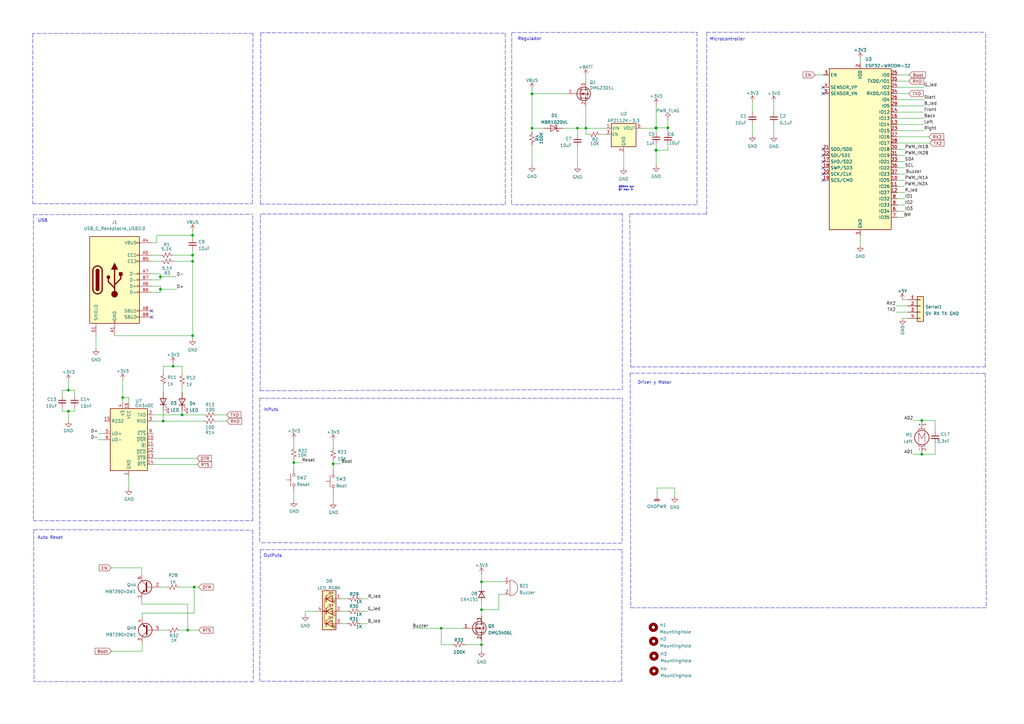
<source format=kicad_sch>
(kicad_sch (version 20211123) (generator eeschema)
  (paper "A3")
  (title_block (title "KaraKuriSMD") (date "2022-02-05") (rev "V1.0") (company "Artil Robotics") (comment 1 "Marcelo Ortiz"))
  (lib_symbols
    (symbol "Connector:USB_C_Receptacle_USB2.0" (pin_names (offset 1.016))
      (property "Reference" "J" (at -10.16 19.05 0))
      (property "Value" "USB_C_Receptacle_USB2.0" (at 19.05 19.05 0))
      (symbol "USB_C_Receptacle_USB2.0_1_1"
        (pin passive line (at 0 -22.86 90) (length 5.08) (name "GND") (number "A1"))
        (pin passive line (at 0 -22.86 90) (length 5.08) hide (name "GND") (number "A12"))
        (pin passive line (at 15.24 15.24 180) (length 5.08) (name "VBUS") (number "A4"))
        (pin bidirectional line (at 15.24 10.16 180) (length 5.08) (name "CC1") (number "A5"))
        (pin bidirectional line (at 15.24 -2.54 180) (length 5.08) (name "D+") (number "A6"))
        (pin bidirectional line (at 15.24 2.54 180) (length 5.08) (name "D-") (number "A7"))
        (pin bidirectional line (at 15.24 -12.7 180) (length 5.08) (name "SBU1") (number "A8"))
        (pin passive line (at 15.24 15.24 180) (length 5.08) hide (name "VBUS") (number "A9"))
        (pin passive line (at 0 -22.86 90) (length 5.08) hide (name "GND") (number "B1"))
        (pin passive line (at 0 -22.86 90) (length 5.08) hide (name "GND") (number "B12"))
        (pin passive line (at 15.24 15.24 180) (length 5.08) hide (name "VBUS") (number "B4"))
        (pin bidirectional line (at 15.24 7.62 180) (length 5.08) (name "CC2") (number "B5"))
        (pin bidirectional line (at 15.24 -5.08 180) (length 5.08) (name "D+") (number "B6"))
        (pin bidirectional line (at 15.24 0 180) (length 5.08) (name "D-") (number "B7"))
        (pin bidirectional line (at 15.24 -15.24 180) (length 5.08) (name "SBU2") (number "B8"))
        (pin passive line (at 15.24 15.24 180) (length 5.08) hide (name "VBUS") (number "B9"))
        (pin passive line (at -7.62 -22.86 90) (length 5.08) (name "SHIELD") (number "S1"))
      )
    )
    (symbol "Connector_Generic:Conn_01x04" (pin_names (offset 1.016) hide)
      (property "Reference" "J" (at 0 5.08 0))
      (property "Value" "Conn_01x04" (at 0 -7.62 0))
      (symbol "Conn_01x04_1_1"
        (pin passive line (at -5.08 2.54 0) (length 3.81) (name "Pin_1") (number "1"))
        (pin passive line (at -5.08 0 0) (length 3.81) (name "Pin_2") (number "2"))
        (pin passive line (at -5.08 -2.54 0) (length 3.81) (name "Pin_3") (number "3"))
        (pin passive line (at -5.08 -5.08 0) (length 3.81) (name "Pin_4") (number "4"))
      )
    )
    (symbol "Device:Buzzer" (pin_names (offset 0.0254) hide)
      (property "Reference" "BZ" (at 3.81 1.27 0))
      (property "Value" "Buzzer" (at 3.81 -1.27 0))
      (symbol "Buzzer_1_1"
        (pin passive line (at -2.54 2.54 0) (length 2.54) (name "-") (number "1"))
        (pin passive line (at -2.54 -2.54 0) (length 2.54) (name "+") (number "2"))
      )
    )
    (symbol "Device:C_Small" (pin_numbers hide) (pin_names (offset 0.254) hide)
      (property "Reference" "C" (at 0.254 1.778 0))
      (property "Value" "C_Small" (at 0.254 -2.032 0))
      (symbol "C_Small_1_1"
        (pin passive line (at 0 2.54 270) (length 2.032) (name "~") (number "1"))
        (pin passive line (at 0 -2.54 90) (length 2.032) (name "~") (number "2"))
      )
    )
    (symbol "Device:LED" (pin_numbers hide) (pin_names (offset 1.016) hide)
      (property "Reference" "D" (at 0 2.54 0))
      (property "Value" "LED" (at 0 -2.54 0))
      (symbol "LED_1_1"
        (pin passive line (at -3.81 0 0) (length 2.54) (name "K") (number "1"))
        (pin passive line (at 3.81 0 180) (length 2.54) (name "A") (number "2"))
      )
    )
    (symbol "Device:LED_RGBK" (pin_names (offset 0) hide)
      (property "Reference" "D" (at 0 9.398 0))
      (property "Value" "LED_RGBK" (at 0 -8.89 0))
      (symbol "LED_RGBK_0_0"
        (text "B" (at 1.905 -6.35 0) (effects (font (size 1.27 1.27))))
        (text "G" (at 1.905 -1.27 0) (effects (font (size 1.27 1.27))))
        (text "R" (at 1.905 3.81 0) (effects (font (size 1.27 1.27))))
      )
      (symbol "LED_RGBK_1_1"
        (pin passive line (at 5.08 5.08 180) (length 2.54) (name "RA") (number "1"))
        (pin passive line (at 5.08 0 180) (length 2.54) (name "GA") (number "2"))
        (pin passive line (at 5.08 -5.08 180) (length 2.54) (name "BA") (number "3"))
        (pin passive line (at -5.08 0 0) (length 2.54) (name "K") (number "4"))
      )
    )
    (symbol "Device:R_Small_US" (pin_numbers hide) (pin_names (offset 0.254) hide)
      (property "Reference" "R" (at 0.762 0.508 0))
      (property "Value" "R_Small_US" (at 0.762 -1.016 0))
      (symbol "R_Small_US_1_1"
        (pin passive line (at 0 2.54 270) (length 1.016) (name "~") (number "1"))
        (pin passive line (at 0 -2.54 90) (length 1.016) (name "~") (number "2"))
      )
    )
    (symbol "Diode:1N4151" (pin_numbers hide) (pin_names (offset 1.016) hide)
      (property "Reference" "D" (at 0 2.54 0))
      (property "Value" "1N4151" (at 0 -2.54 0))
      (symbol "1N4151_1_1"
        (pin passive line (at -3.81 0 0) (length 2.54) (name "K") (number "1"))
        (pin passive line (at 3.81 0 180) (length 2.54) (name "A") (number "2"))
      )
    )
    (symbol "Diode:MBR1020VL" (pin_numbers hide) (pin_names hide)
      (property "Reference" "D" (at 0 2.54 0))
      (property "Value" "MBR1020VL" (at 0 -2.54 0))
      (symbol "MBR1020VL_1_1"
        (pin passive line (at -3.81 0 0) (length 2.54) (name "K") (number "1"))
        (pin passive line (at 3.81 0 180) (length 2.54) (name "A") (number "2"))
      )
    )
    (symbol "Interface_USB:CH340C"
      (property "Reference" "U" (at -5.08 13.97 0))
      (property "Value" "CH340C" (at 1.27 13.97 0))
      (symbol "CH340C_1_1"
        (pin power_in line (at 0 -15.24 90) (length 2.54) (name "GND") (number "1"))
        (pin input line (at 10.16 0 180) (length 2.54) (name "~{DSR}") (number "10"))
        (pin input line (at 10.16 -2.54 180) (length 2.54) (name "~{RI}") (number "11"))
        (pin input line (at 10.16 -5.08 180) (length 2.54) (name "~{DCD}") (number "12"))
        (pin output line (at 10.16 -7.62 180) (length 2.54) (name "~{DTR}") (number "13"))
        (pin output line (at 10.16 -10.16 180) (length 2.54) (name "~{RTS}") (number "14"))
        (pin input line (at -10.16 7.62 0) (length 2.54) (name "R232") (number "15"))
        (pin power_in line (at 0 15.24 270) (length 2.54) (name "VCC") (number "16"))
        (pin output line (at 10.16 10.16 180) (length 2.54) (name "TXD") (number "2"))
        (pin input line (at 10.16 7.62 180) (length 2.54) (name "RXD") (number "3"))
        (pin passive line (at -2.54 15.24 270) (length 2.54) (name "V3") (number "4"))
        (pin bidirectional line (at -10.16 2.54 0) (length 2.54) (name "UD+") (number "5"))
        (pin bidirectional line (at -10.16 0 0) (length 2.54) (name "UD-") (number "6"))
        (pin no_connect line (at -7.62 -7.62 0) (length 2.54) hide (name "NC") (number "7"))
        (pin no_connect line (at -7.62 -10.16 0) (length 2.54) hide (name "NC") (number "8"))
        (pin input line (at 10.16 2.54 180) (length 2.54) (name "~{CTS}") (number "9"))
      )
    )
    (symbol "Mechanical:MountingHole" (pin_names (offset 1.016))
      (property "Reference" "H" (at 0 5.08 0))
      (property "Value" "MountingHole" (at 0 3.175 0))
    )
    (symbol "Motor:Motor_DC_ALT" (pin_names (offset 0))
      (property "Reference" "M" (at 2.54 2.54 0))
      (property "Value" "Motor_DC_ALT" (at 2.54 -5.08 0))
      (symbol "Motor_DC_ALT_1_1"
        (pin passive line (at 0 5.08 270) (length 2.54) (name "+") (number "1"))
        (pin passive line (at 0 -7.62 90) (length 2.54) (name "-") (number "2"))
      )
    )
    (symbol "RF_Module:ESP32-WROOM-32"
      (property "Reference" "U" (at -12.7 34.29 0))
      (property "Value" "ESP32-WROOM-32" (at 1.27 34.29 0))
      (symbol "ESP32-WROOM-32_1_1"
        (pin power_in line (at 0 -35.56 90) (length 2.54) (name "GND") (number "1"))
        (pin bidirectional line (at 15.24 -12.7 180) (length 2.54) (name "IO25") (number "10"))
        (pin bidirectional line (at 15.24 -15.24 180) (length 2.54) (name "IO26") (number "11"))
        (pin bidirectional line (at 15.24 -17.78 180) (length 2.54) (name "IO27") (number "12"))
        (pin bidirectional line (at 15.24 10.16 180) (length 2.54) (name "IO14") (number "13"))
        (pin bidirectional line (at 15.24 15.24 180) (length 2.54) (name "IO12") (number "14"))
        (pin passive line (at 0 -35.56 90) (length 2.54) hide (name "GND") (number "15"))
        (pin bidirectional line (at 15.24 12.7 180) (length 2.54) (name "IO13") (number "16"))
        (pin bidirectional line (at -15.24 -5.08 0) (length 2.54) (name "SHD/SD2") (number "17"))
        (pin bidirectional line (at -15.24 -7.62 0) (length 2.54) (name "SWP/SD3") (number "18"))
        (pin bidirectional line (at -15.24 -12.7 0) (length 2.54) (name "SCS/CMD") (number "19"))
        (pin power_in line (at 0 35.56 270) (length 2.54) (name "VDD") (number "2"))
        (pin bidirectional line (at -15.24 -10.16 0) (length 2.54) (name "SCK/CLK") (number "20"))
        (pin bidirectional line (at -15.24 0 0) (length 2.54) (name "SDO/SD0") (number "21"))
        (pin bidirectional line (at -15.24 -2.54 0) (length 2.54) (name "SDI/SD1") (number "22"))
        (pin bidirectional line (at 15.24 7.62 180) (length 2.54) (name "IO15") (number "23"))
        (pin bidirectional line (at 15.24 25.4 180) (length 2.54) (name "IO2") (number "24"))
        (pin bidirectional line (at 15.24 30.48 180) (length 2.54) (name "IO0") (number "25"))
        (pin bidirectional line (at 15.24 20.32 180) (length 2.54) (name "IO4") (number "26"))
        (pin bidirectional line (at 15.24 5.08 180) (length 2.54) (name "IO16") (number "27"))
        (pin bidirectional line (at 15.24 2.54 180) (length 2.54) (name "IO17") (number "28"))
        (pin bidirectional line (at 15.24 17.78 180) (length 2.54) (name "IO5") (number "29"))
        (pin input line (at -15.24 30.48 0) (length 2.54) (name "EN") (number "3"))
        (pin bidirectional line (at 15.24 0 180) (length 2.54) (name "IO18") (number "30"))
        (pin bidirectional line (at 15.24 -2.54 180) (length 2.54) (name "IO19") (number "31"))
        (pin no_connect line (at -12.7 -27.94 0) (length 2.54) hide (name "NC") (number "32"))
        (pin bidirectional line (at 15.24 -5.08 180) (length 2.54) (name "IO21") (number "33"))
        (pin bidirectional line (at 15.24 22.86 180) (length 2.54) (name "RXD0/IO3") (number "34"))
        (pin bidirectional line (at 15.24 27.94 180) (length 2.54) (name "TXD0/IO1") (number "35"))
        (pin bidirectional line (at 15.24 -7.62 180) (length 2.54) (name "IO22") (number "36"))
        (pin bidirectional line (at 15.24 -10.16 180) (length 2.54) (name "IO23") (number "37"))
        (pin passive line (at 0 -35.56 90) (length 2.54) hide (name "GND") (number "38"))
        (pin passive line (at 0 -35.56 90) (length 2.54) hide (name "GND") (number "39"))
        (pin input line (at -15.24 25.4 0) (length 2.54) (name "SENSOR_VP") (number "4"))
        (pin input line (at -15.24 22.86 0) (length 2.54) (name "SENSOR_VN") (number "5"))
        (pin input line (at 15.24 -25.4 180) (length 2.54) (name "IO34") (number "6"))
        (pin input line (at 15.24 -27.94 180) (length 2.54) (name "IO35") (number "7"))
        (pin bidirectional line (at 15.24 -20.32 180) (length 2.54) (name "IO32") (number "8"))
        (pin bidirectional line (at 15.24 -22.86 180) (length 2.54) (name "IO33") (number "9"))
      )
    )
    (symbol "Regulator_Linear:AP2112K-3.3" (pin_names (offset 0.254))
      (property "Reference" "U" (at -5.08 5.715 0))
      (property "Value" "AP2112K-3.3" (at 0 5.715 0))
      (symbol "AP2112K-3.3_1_1"
        (pin power_in line (at -7.62 2.54 0) (length 2.54) (name "VIN") (number "1"))
        (pin power_in line (at 0 -7.62 90) (length 2.54) (name "GND") (number "2"))
        (pin input line (at -7.62 0 0) (length 2.54) (name "EN") (number "3"))
        (pin no_connect line (at 5.08 0 180) (length 2.54) hide (name "NC") (number "4"))
        (pin power_out line (at 7.62 2.54 180) (length 2.54) (name "VOUT") (number "5"))
      )
    )
    (symbol "Switch:SW_Push" (pin_numbers hide) (pin_names (offset 1.016) hide)
      (property "Reference" "SW" (at 1.27 2.54 0))
      (property "Value" "SW_Push" (at 0 -1.524 0))
      (symbol "SW_Push_0_1"
        (pin passive line (at -5.08 0 0) (length 2.54) (name "1") (number "1"))
        (pin passive line (at 5.08 0 180) (length 2.54) (name "2") (number "2"))
      )
    )
    (symbol "Transistor_BJT:MBT3904DW1" (pin_names (offset 0) hide)
      (property "Reference" "Q" (at 5.08 1.27 0))
      (property "Value" "MBT3904DW1" (at 5.08 -1.27 0))
      (symbol "MBT3904DW1_1_1"
        (pin passive line (at 2.54 -5.08 90) (length 2.54) (name "E1") (number "1"))
        (pin input line (at -5.08 0 0) (length 2.54) (name "B1") (number "2"))
        (pin passive line (at 2.54 5.08 270) (length 2.54) (name "C1") (number "6"))
      )
      (symbol "MBT3904DW1_2_1"
        (pin passive line (at 2.54 5.08 270) (length 2.54) (name "C2") (number "3"))
        (pin passive line (at 2.54 -5.08 90) (length 2.54) (name "E2") (number "4"))
        (pin input line (at -5.08 0 0) (length 2.54) (name "B2") (number "5"))
      )
    )
    (symbol "Transistor_FET:DMG2301L" (pin_names hide)
      (property "Reference" "Q" (at 5.08 1.905 0))
      (property "Value" "DMG2301L" (at 5.08 0 0))
      (symbol "DMG2301L_1_1"
        (pin input line (at -5.08 0 0) (length 2.54) (name "G") (number "1"))
        (pin passive line (at 2.54 -5.08 90) (length 2.54) (name "S") (number "2"))
        (pin passive line (at 2.54 5.08 270) (length 2.54) (name "D") (number "3"))
      )
    )
    (symbol "Transistor_FET:DMG3406L" (pin_names hide)
      (property "Reference" "Q" (at 5.08 1.905 0))
      (property "Value" "DMG3406L" (at 5.08 0 0))
      (symbol "DMG3406L_1_1"
        (pin input line (at -5.08 0 0) (length 2.54) (name "G") (number "1"))
        (pin passive line (at 2.54 -5.08 90) (length 2.54) (name "S") (number "2"))
        (pin passive line (at 2.54 5.08 270) (length 2.54) (name "D") (number "3"))
      )
    )
    (symbol "power:+3.3V" (power) (pin_names (offset 0))
      (property "Value" "+3.3V" (at 0 3.556 0))
      (symbol "+3.3V_1_1"
        (pin power_in line (at 0 0 90) (length 0) hide (name "+3V3") (number "1"))
      )
    )
    (symbol "power:+5V" (power) (pin_names (offset 0))
      (property "Value" "+5V" (at 0 3.556 0))
      (symbol "+5V_1_1"
        (pin power_in line (at 0 0 90) (length 0) hide (name "+5V") (number "1"))
      )
    )
    (symbol "power:+BATT" (power) (pin_names (offset 0))
      (property "Value" "+BATT" (at 0 3.556 0))
      (symbol "+BATT_1_1"
        (pin power_in line (at 0 0 90) (length 0) hide (name "+BATT") (number "1"))
      )
    )
    (symbol "power:GND" (power) (pin_names (offset 0))
      (property "Value" "GND" (at 0 -3.81 0))
      (symbol "GND_1_1"
        (pin power_in line (at 0 0 270) (length 0) hide (name "GND") (number "1"))
      )
    )
    (symbol "power:GNDPWR" (power) (pin_names (offset 0))
      (property "Value" "GNDPWR" (at 0 -3.302 0))
      (symbol "GNDPWR_1_1"
        (pin power_in line (at 0 0 270) (length 0) hide (name "GNDPWR") (number "1"))
      )
    )
    (symbol "power:PWR_FLAG" (power) (pin_numbers hide) (pin_names (offset 0) hide)
      (property "Value" "PWR_FLAG" (at 0 3.81 0))
      (symbol "PWR_FLAG_0_0"
        (pin power_out line (at 0 0 90) (length 0) (name "pwr") (number "1"))
      )
    )
    (symbol "power:VBUS" (power) (pin_names (offset 0))
      (property "Value" "VBUS" (at 0 3.81 0))
      (symbol "VBUS_1_1"
        (pin power_in line (at 0 0 90) (length 0) hide (name "VBUS") (number "1"))
      )
    )
  )
  (junction (at 218.186 52.578))
  (junction (at 78.994 96.52))
  (junction (at 269.113 52.578))
  (junction (at 378.079 172.466))
  (junction (at 218.186 38.481))
  (junction (at 268.986 61.595))
  (junction (at 66.929 172.72))
  (junction (at 65.786 118.618))
  (junction (at 269.113 61.595))
  (junction (at 76.962 258.445))
  (junction (at 197.485 264.414))
  (junction (at 236.855 52.578))
  (junction (at 197.485 238.633))
  (junction (at 65.786 113.538))
  (junction (at 180.975 257.683))
  (junction (at 79.629 240.792))
  (junction (at 70.993 150.241))
  (junction (at 240.284 52.578))
  (junction (at 74.676 170.18))
  (junction (at 78.994 104.648))
  (junction (at 269.113 52.451))
  (junction (at 136.652 190.246))
  (junction (at 50.292 163.068))
  (junction (at 28.067 168.656))
  (junction (at 268.986 52.451))
  (junction (at 28.067 160.02))
  (junction (at 78.994 137.668))
  (junction (at 120.523 189.738))
  (junction (at 197.485 250.063))
  (junction (at 378.079 186.309))
  (junction (at 273.939 52.451))
  (junction (at 78.994 107.188))
  (no_connect (at 62.23 130.048))
  (no_connect (at 337.566 63.754))
  (no_connect (at 62.23 127.508))
  (no_connect (at 337.566 38.354))
  (no_connect (at 337.566 61.214))
  (no_connect (at 337.566 73.914))
  (no_connect (at 337.566 66.294))
  (no_connect (at 337.566 35.814))
  (no_connect (at 337.566 71.374))
  (no_connect (at 337.566 68.834))
  (wire (pts (xy 383.54 186.309) (xy 378.079 186.309)))
  (wire (pts (xy 218.186 52.578) (xy 218.186 54.229)))
  (wire (pts (xy 78.994 102.616) (xy 78.994 104.648)))
  (wire (pts (xy 352.806 96.774) (xy 352.806 100.584)))
  (wire (pts (xy 65.786 113.538) (xy 72.39 113.538)))
  (wire (pts (xy 269.113 61.595) (xy 269.113 67.818)))
  (wire (pts (xy 372.364 130.556) (xy 370.205 130.556)))
  (wire (pts (xy 197.485 235.458) (xy 197.485 238.633)))
  (wire (pts (xy 367.411 128.016) (xy 372.364 128.016)))
  (wire (pts (xy 276.733 200.152) (xy 276.733 203.454)))
  (polyline (pts (xy 255.27 163.322) (xy 255.143 222.758)))
  (wire (pts (xy 218.186 38.481) (xy 218.186 52.578)))
  (wire (pts (xy 65.786 117.348) (xy 62.23 117.348)))
  (wire (pts (xy 371.094 84.074) (xy 368.046 84.074)))
  (wire (pts (xy 46.99 137.668) (xy 78.994 137.668)))
  (wire (pts (xy 273.939 49.022) (xy 273.939 52.451)))
  (wire (pts (xy 185.674 264.414) (xy 180.975 264.414)))
  (polyline (pts (xy 258.318 87.757) (xy 258.699 150.495)))
  (wire (pts (xy 383.54 181.864) (xy 383.54 186.309)))
  (wire (pts (xy 197.485 262.763) (xy 197.485 264.414)))
  (wire (pts (xy 50.292 155.829) (xy 50.292 163.068)))
  (polyline (pts (xy 13.716 88.011) (xy 13.716 213.614)))
  (wire (pts (xy 230.886 52.578) (xy 236.855 52.578)))
  (polyline (pts (xy 255.27 159.766) (xy 255.27 87.757)))
  (wire (pts (xy 204.597 243.713) (xy 204.597 250.063)))
  (wire (pts (xy 136.652 188.849) (xy 136.652 190.246)))
  (wire (pts (xy 120.523 189.738) (xy 120.523 191.77)))
  (wire (pts (xy 58.166 247.777) (xy 76.962 247.777)))
  (polyline (pts (xy 13.716 213.614) (xy 103.632 213.614)))
  (wire (pts (xy 218.186 36.576) (xy 218.186 38.481)))
  (wire (pts (xy 269.494 200.152) (xy 276.733 200.152)))
  (wire (pts (xy 378.968 51.054) (xy 368.046 51.054)))
  (wire (pts (xy 197.485 250.063) (xy 197.485 252.603)))
  (wire (pts (xy 180.975 257.683) (xy 189.865 257.683)))
  (wire (pts (xy 74.676 150.241) (xy 74.676 153.289)))
  (wire (pts (xy 65.786 112.268) (xy 65.786 113.538)))
  (wire (pts (xy 125.222 250.698) (xy 129.921 250.698)))
  (wire (pts (xy 372.745 38.354) (xy 368.046 38.354)))
  (polyline (pts (xy 13.462 13.716) (xy 13.462 83.566)))
  (wire (pts (xy 40.259 177.8) (xy 42.672 177.8)))
  (wire (pts (xy 58.293 251.46) (xy 79.629 251.46)))
  (wire (pts (xy 150.749 255.778) (xy 147.701 255.778)))
  (wire (pts (xy 240.284 43.561) (xy 240.284 52.578)))
  (wire (pts (xy 218.186 52.578) (xy 223.266 52.578)))
  (polyline (pts (xy 106.807 87.757) (xy 106.68 160.274)))
  (wire (pts (xy 371.094 66.294) (xy 368.046 66.294)))
  (polyline (pts (xy 106.553 163.322) (xy 106.553 222.631)))
  (wire (pts (xy 65.786 119.888) (xy 62.23 119.888)))
  (wire (pts (xy 62.23 114.808) (xy 65.786 114.808)))
  (wire (pts (xy 197.485 238.633) (xy 197.485 240.03)))
  (wire (pts (xy 378.968 35.814) (xy 368.046 35.814)))
  (wire (pts (xy 383.54 176.784) (xy 383.54 172.466)))
  (wire (pts (xy 123.825 189.738) (xy 120.523 189.738)))
  (polyline (pts (xy 103.505 83.566) (xy 103.759 13.716)))
  (wire (pts (xy 62.23 104.648) (xy 65.786 104.648)))
  (wire (pts (xy 372.364 122.936) (xy 370.078 122.936)))
  (wire (pts (xy 371.094 61.214) (xy 368.046 61.214)))
  (wire (pts (xy 367.411 125.476) (xy 372.364 125.476)))
  (wire (pts (xy 263.398 52.578) (xy 269.113 52.578)))
  (polyline (pts (xy 258.699 150.495) (xy 404.114 150.495)))
  (wire (pts (xy 62.23 107.188) (xy 66.04 107.188)))
  (wire (pts (xy 374.523 186.309) (xy 378.079 186.309)))
  (polyline (pts (xy 285.877 13.208) (xy 285.877 83.947)))
  (wire (pts (xy 62.992 172.72) (xy 66.929 172.72)))
  (wire (pts (xy 371.094 78.994) (xy 368.046 78.994)))
  (wire (pts (xy 79.629 240.792) (xy 81.534 240.792)))
  (wire (pts (xy 66.929 150.241) (xy 70.993 150.241)))
  (wire (pts (xy 136.652 202.438) (xy 136.652 205.867)))
  (polyline (pts (xy 106.68 160.274) (xy 255.27 159.766)))
  (wire (pts (xy 78.994 107.188) (xy 78.994 137.668)))
  (wire (pts (xy 125.222 252.095) (xy 125.222 250.698)))
  (wire (pts (xy 74.676 158.369) (xy 74.676 161.036)))
  (wire (pts (xy 64.262 99.568) (xy 64.262 96.52)))
  (wire (pts (xy 241.3 55.118) (xy 240.284 55.118)))
  (wire (pts (xy 197.485 238.633) (xy 206.629 238.633)))
  (polyline (pts (xy 13.843 217.297) (xy 103.632 217.424)))
  (wire (pts (xy 66.929 168.529) (xy 66.929 172.72)))
  (wire (pts (xy 273.939 54.356) (xy 273.939 52.451)))
  (wire (pts (xy 269.113 43.053) (xy 269.113 52.451)))
  (wire (pts (xy 371.094 86.614) (xy 368.046 86.614)))
  (polyline (pts (xy 404.495 249.301) (xy 258.699 249.301)))
  (wire (pts (xy 52.832 163.068) (xy 50.292 163.068)))
  (wire (pts (xy 65.786 118.618) (xy 72.39 118.618)))
  (wire (pts (xy 78.994 137.668) (xy 78.994 138.938)))
  (wire (pts (xy 197.485 247.65) (xy 197.485 250.063)))
  (wire (pts (xy 66.929 158.242) (xy 66.929 160.909)))
  (wire (pts (xy 52.832 195.58) (xy 52.832 200.406)))
  (wire (pts (xy 378.079 172.466) (xy 378.079 172.847)))
  (polyline (pts (xy 404.114 153.162) (xy 404.495 249.301)))
  (wire (pts (xy 317.373 41.91) (xy 317.373 45.974)))
  (wire (pts (xy 368.046 30.734) (xy 372.872 30.734)))
  (wire (pts (xy 136.652 190.246) (xy 136.652 192.278)))
  (polyline (pts (xy 103.759 13.716) (xy 13.462 13.716)))
  (wire (pts (xy 246.38 55.118) (xy 248.158 55.118)))
  (polyline (pts (xy 255.27 87.757) (xy 106.807 87.757)))
  (wire (pts (xy 30.607 168.656) (xy 30.607 167.259)))
  (wire (pts (xy 139.954 190.246) (xy 136.652 190.246)))
  (wire (pts (xy 269.113 52.451) (xy 269.113 52.578)))
  (wire (pts (xy 30.607 160.02) (xy 28.067 160.02)))
  (wire (pts (xy 58.293 267.081) (xy 45.72 267.081)))
  (wire (pts (xy 120.523 188.341) (xy 120.523 189.738)))
  (wire (pts (xy 65.786 240.792) (xy 68.453 240.792)))
  (wire (pts (xy 236.855 60.325) (xy 236.855 68.072)))
  (wire (pts (xy 269.113 52.578) (xy 269.113 54.229)))
  (wire (pts (xy 240.284 52.578) (xy 248.158 52.578)))
  (wire (pts (xy 62.992 187.96) (xy 80.772 187.96)))
  (wire (pts (xy 371.094 63.754) (xy 368.046 63.754)))
  (polyline (pts (xy 258.445 153.035) (xy 404.114 153.162)))
  (wire (pts (xy 28.067 168.656) (xy 28.067 172.593)))
  (polyline (pts (xy 285.877 83.947) (xy 209.804 83.947)))
  (wire (pts (xy 150.876 245.618) (xy 147.828 245.618)))
  (wire (pts (xy 25.527 168.656) (xy 28.067 168.656)))
  (wire (pts (xy 378.968 40.894) (xy 368.046 40.894)))
  (polyline (pts (xy 255.143 225.425) (xy 255.016 279.4)))
  (wire (pts (xy 78.994 96.52) (xy 78.994 97.536)))
  (wire (pts (xy 64.262 96.52) (xy 78.994 96.52)))
  (wire (pts (xy 79.629 251.46) (xy 79.629 240.792)))
  (wire (pts (xy 273.939 59.436) (xy 273.939 61.595)))
  (wire (pts (xy 76.962 258.445) (xy 81.534 258.445)))
  (wire (pts (xy 378.968 48.514) (xy 368.046 48.514)))
  (wire (pts (xy 120.523 201.93) (xy 120.523 205.359)))
  (wire (pts (xy 371.475 71.374) (xy 368.046 71.374)))
  (wire (pts (xy 378.968 53.594) (xy 368.046 53.594)))
  (wire (pts (xy 136.652 180.848) (xy 136.652 183.769)))
  (wire (pts (xy 371.094 68.834) (xy 368.046 68.834)))
  (wire (pts (xy 268.986 52.451) (xy 269.113 52.451)))
  (wire (pts (xy 140.081 255.778) (xy 142.621 255.778)))
  (polyline (pts (xy 13.462 83.566) (xy 103.505 83.566)))
  (wire (pts (xy 190.754 264.414) (xy 197.485 264.414)))
  (polyline (pts (xy 209.931 13.335) (xy 209.804 83.947)))
  (polyline (pts (xy 258.445 153.035) (xy 258.699 249.301)))
  (wire (pts (xy 52.832 165.1) (xy 52.832 163.068)))
  (wire (pts (xy 204.597 243.713) (xy 206.629 243.713)))
  (wire (pts (xy 371.094 81.534) (xy 368.046 81.534)))
  (wire (pts (xy 88.646 170.18) (xy 92.964 170.18)))
  (polyline (pts (xy 103.632 217.424) (xy 103.886 279.654)))
  (wire (pts (xy 62.992 190.5) (xy 80.899 190.5)))
  (wire (pts (xy 381.381 58.674) (xy 368.046 58.674)))
  (wire (pts (xy 70.993 149.098) (xy 70.993 150.241)))
  (wire (pts (xy 58.293 251.46) (xy 58.293 253.365)))
  (wire (pts (xy 25.527 160.02) (xy 25.527 162.179)))
  (wire (pts (xy 269.113 59.309) (xy 269.113 61.595)))
  (wire (pts (xy 40.259 180.34) (xy 42.672 180.34)))
  (wire (pts (xy 120.523 180.34) (xy 120.523 183.261)))
  (wire (pts (xy 66.929 172.72) (xy 83.566 172.72)))
  (wire (pts (xy 273.939 52.451) (xy 269.113 52.451)))
  (wire (pts (xy 240.284 55.118) (xy 240.284 52.578)))
  (polyline (pts (xy 106.934 13.462) (xy 106.807 83.693)))
  (wire (pts (xy 169.164 257.683) (xy 180.975 257.683)))
  (wire (pts (xy 39.37 137.668) (xy 39.37 143.002)))
  (wire (pts (xy 197.485 250.063) (xy 204.597 250.063)))
  (wire (pts (xy 62.992 170.18) (xy 74.676 170.18)))
  (wire (pts (xy 374.523 172.466) (xy 378.079 172.466)))
  (wire (pts (xy 383.54 172.466) (xy 378.079 172.466)))
  (wire (pts (xy 65.913 258.445) (xy 68.707 258.445)))
  (wire (pts (xy 352.806 24.13) (xy 352.806 25.654)))
  (wire (pts (xy 268.986 61.595) (xy 269.113 61.595)))
  (polyline (pts (xy 106.807 83.693) (xy 207.264 83.947)))
  (polyline (pts (xy 106.807 225.425) (xy 255.143 225.425)))
  (wire (pts (xy 273.939 61.595) (xy 269.113 61.595)))
  (wire (pts (xy 62.23 112.268) (xy 65.786 112.268)))
  (wire (pts (xy 197.485 264.414) (xy 197.485 266.954)))
  (wire (pts (xy 50.292 163.068) (xy 50.292 165.1)))
  (wire (pts (xy 269.494 203.581) (xy 269.494 200.152)))
  (polyline (pts (xy 106.553 163.322) (xy 255.27 163.322)))
  (wire (pts (xy 378.968 43.434) (xy 368.046 43.434)))
  (wire (pts (xy 74.676 170.18) (xy 83.566 170.18)))
  (polyline (pts (xy 103.886 279.654) (xy 13.97 279.527)))
  (polyline (pts (xy 289.814 13.208) (xy 404.241 13.208)))
  (wire (pts (xy 28.067 156.21) (xy 28.067 160.02)))
  (wire (pts (xy 218.186 59.309) (xy 218.186 67.818)))
  (wire (pts (xy 64.262 99.568) (xy 62.23 99.568)))
  (wire (pts (xy 240.284 31.115) (xy 240.284 33.401)))
  (wire (pts (xy 150.749 250.698) (xy 147.701 250.698)))
  (wire (pts (xy 371.094 73.914) (xy 368.046 73.914)))
  (polyline (pts (xy 289.814 87.757) (xy 258.318 87.757)))
  (wire (pts (xy 378.079 186.309) (xy 378.079 185.547)))
  (polyline (pts (xy 207.264 83.947) (xy 207.264 13.589)))
  (wire (pts (xy 140.081 250.698) (xy 142.621 250.698)))
  (wire (pts (xy 45.593 232.918) (xy 58.166 232.918)))
  (polyline (pts (xy 13.716 88.011) (xy 103.632 87.884)))
  (wire (pts (xy 74.676 168.656) (xy 74.676 170.18)))
  (wire (pts (xy 180.975 264.414) (xy 180.975 257.683)))
  (wire (pts (xy 378.968 45.974) (xy 368.046 45.974)))
  (wire (pts (xy 370.713 89.154) (xy 368.046 89.154)))
  (wire (pts (xy 308.61 51.054) (xy 308.61 55.372)))
  (wire (pts (xy 308.61 41.783) (xy 308.61 45.974)))
  (wire (pts (xy 78.994 94.742) (xy 78.994 96.52)))
  (wire (pts (xy 65.786 118.618) (xy 65.786 119.888)))
  (wire (pts (xy 334.264 30.734) (xy 337.566 30.734)))
  (polyline (pts (xy 13.843 217.297) (xy 13.97 279.527)))
  (wire (pts (xy 28.067 168.656) (xy 30.607 168.656)))
  (wire (pts (xy 372.745 33.274) (xy 368.046 33.274)))
  (wire (pts (xy 30.607 162.179) (xy 30.607 160.02)))
  (wire (pts (xy 78.994 104.648) (xy 78.994 107.188)))
  (wire (pts (xy 65.786 113.538) (xy 65.786 114.808)))
  (wire (pts (xy 73.787 258.445) (xy 76.962 258.445)))
  (wire (pts (xy 236.855 52.578) (xy 236.855 55.245)))
  (wire (pts (xy 73.533 240.792) (xy 79.629 240.792)))
  (polyline (pts (xy 404.114 150.495) (xy 404.241 13.208)))
  (wire (pts (xy 317.373 51.054) (xy 317.373 55.499)))
  (wire (pts (xy 76.962 247.777) (xy 76.962 258.445)))
  (wire (pts (xy 58.166 247.777) (xy 58.166 245.872)))
  (wire (pts (xy 255.778 62.738) (xy 255.778 68.834)))
  (wire (pts (xy 236.855 52.578) (xy 240.284 52.578)))
  (polyline (pts (xy 106.807 225.425) (xy 106.553 279.4)))
  (polyline (pts (xy 255.016 279.4) (xy 106.553 279.4)))
  (wire (pts (xy 381 56.134) (xy 368.046 56.134)))
  (wire (pts (xy 66.929 153.162) (xy 66.929 150.241)))
  (wire (pts (xy 88.646 172.72) (xy 92.964 172.72)))
  (wire (pts (xy 140.081 245.618) (xy 142.748 245.618)))
  (polyline (pts (xy 289.814 13.335) (xy 289.814 87.757)))
  (wire (pts (xy 232.664 38.481) (xy 218.186 38.481)))
  (wire (pts (xy 370.967 76.454) (xy 368.046 76.454)))
  (wire (pts (xy 71.12 107.188) (xy 78.994 107.188)))
  (polyline (pts (xy 255.143 222.758) (xy 106.553 222.631)))
  (wire (pts (xy 70.993 150.241) (xy 74.676 150.241)))
  (wire (pts (xy 58.293 263.525) (xy 58.293 267.081)))
  (polyline (pts (xy 103.632 213.614) (xy 103.632 87.884)))
  (wire (pts (xy 28.067 160.02) (xy 25.527 160.02)))
  (polyline (pts (xy 209.931 13.335) (xy 285.877 13.208)))
  (wire (pts (xy 65.786 117.348) (xy 65.786 118.618)))
  (wire (pts (xy 25.527 167.259) (xy 25.527 168.656)))
  (wire (pts (xy 70.866 104.648) (xy 78.994 104.648)))
  (wire (pts (xy 58.166 232.918) (xy 58.166 235.712)))
  (polyline (pts (xy 106.934 13.462) (xy 207.264 13.589)))
  (text "InPuts" (at 108.077 168.91 0) (effects (font (size 1.27 1.27)) (justify left bottom)))
  (text "Auto Reset" (at 15.367 221.361 0) (effects (font (size 1.27 1.27)) (justify left bottom)))
  (text "Microcontroller" (at 291.084 16.891 0) (effects (font (size 1.27 1.27)) (justify left bottom)))
  (text "USB" (at 15.494 91.313 0) (effects (font (size 1.27 1.27)) (justify left bottom)))
  (text "Driver y Motor\n" (at 261.493 157.734 0) (effects (font (size 1.27 1.27)) (justify left bottom)))
  (text "600mA out\n6V max in\n" (at 253.619 78.359 0) (effects (font (size 0.762 0.762) italic) (justify left bottom)))
  (text "Regulador\n" (at 212.344 16.764 0) (effects (font (size 1.27 1.27)) (justify left bottom)))
  (text "OutPuts" (at 108.077 228.727 0) (effects (font (size 1.27 1.27)) (justify left bottom)))
  (label "Start" (at 378.968 40.894 0))
  (label "A02" (at 374.523 172.466 180))
  (label "B_led" (at 150.749 255.778 0))
  (label "Boot" (at 139.954 190.246 0))
  (label "D+" (at 40.259 177.8 180))
  (label "G_led" (at 150.749 250.698 0))
  (label "PWM_IN1A" (at 371.094 73.914 0))
  (label "Buzzer" (at 169.164 257.683 0))
  (label "R_led" (at 150.876 245.618 0))
  (label "SCL" (at 371.094 68.834 0))
  (label "Back" (at 378.968 48.514 0))
  (label "BM" (at 370.713 89.154 0))
  (label "Reset" (at 123.825 189.738 0))
  (label "PWM_IN2A" (at 370.967 76.454 0))
  (label "D-" (at 72.39 113.538 0))
  (label "A01" (at 374.523 186.309 180))
  (label "Right" (at 378.968 53.594 0))
  (label "D-" (at 40.259 180.34 180))
  (label "RX2" (at 367.411 125.476 180))
  (label "IO3" (at 371.094 86.614 0))
  (label "PWM_IN1B" (at 371.094 61.214 0))
  (label "PWM_IN2B" (at 371.094 63.754 0))
  (label "Buzzer" (at 371.475 71.374 0))
  (label "TX2" (at 367.411 128.016 180))
  (label "Front" (at 378.968 45.974 0))
  (label "D+" (at 72.39 118.618 0))
  (label "IO1" (at 371.094 81.534 0))
  (label "B_led" (at 378.968 43.434 0))
  (label "R_led" (at 371.094 78.994 0))
  (label "SDA" (at 371.094 66.294 0))
  (label "Left" (at 378.968 51.054 0))
  (label "IO2" (at 371.094 84.074 0))
  (label "G_led" (at 378.968 35.814 0))
  (global_label "EN" (shape input) (at 45.593 232.918 180) (property "Intersheet References" "${INTERSHEET_REFS}" (effects hide)))
  (global_label "RTS" (shape input) (at 80.899 190.5 0) (property "Intersheet References" "${INTERSHEET_REFS}" (effects hide)))
  (global_label "DTR" (shape input) (at 80.772 187.96 0) (property "Intersheet References" "${INTERSHEET_REFS}" (effects hide)))
  (global_label "EN" (shape input) (at 334.264 30.734 180) (property "Intersheet References" "${INTERSHEET_REFS}" (effects hide)))
  (global_label "DTR" (shape input) (at 81.534 240.792 0) (property "Intersheet References" "${INTERSHEET_REFS}" (effects hide)))
  (global_label "TXD" (shape input) (at 372.745 38.354 0) (property "Intersheet References" "${INTERSHEET_REFS}" (effects hide)))
  (global_label "TX2" (shape input) (at 381.381 58.674 0) (property "Intersheet References" "${INTERSHEET_REFS}" (effects hide)))
  (global_label "RXD" (shape input) (at 92.964 172.72 0) (property "Intersheet References" "${INTERSHEET_REFS}" (effects hide)))
  (global_label "RXD" (shape input) (at 372.745 33.274 0) (property "Intersheet References" "${INTERSHEET_REFS}" (effects hide)))
  (global_label "Boot" (shape input) (at 372.872 30.734 0) (property "Intersheet References" "${INTERSHEET_REFS}" (effects hide)))
  (global_label "TXD" (shape input) (at 92.964 170.18 0) (property "Intersheet References" "${INTERSHEET_REFS}" (effects hide)))
  (global_label "RTS" (shape input) (at 81.534 258.445 0) (property "Intersheet References" "${INTERSHEET_REFS}" (effects hide)))
  (global_label "Boot" (shape input) (at 45.72 267.081 180) (property "Intersheet References" "${INTERSHEET_REFS}" (effects hide)))
  (global_label "RX2" (shape input) (at 381 56.134 0) (property "Intersheet References" "${INTERSHEET_REFS}" (effects hide)))
  (symbol (lib_id "Device:C_Small") (at 383.54 179.324 0) (unit 1)
    (property "Reference" "C17" (at 389.636 178.181 0) (effects (justify right)))
    (property "Value" "3.3nF" (at 389.636 180.9561 0) (effects (justify right)))
    (property "Footprint" "Capacitor_SMD:C_0805_2012Metric" (effects hide))
  )
  (symbol (lib_id "Device:C_Small") (at 317.373 48.514 180) (unit 1)
    (property "Reference" "C2" (at 319.6971 47.5991 0) (effects (justify right)))
    (property "Value" "0.1uF" (at 319.6971 50.3742 0) (effects (justify right)))
    (property "Footprint" "Capacitor_SMD:C_0805_2012Metric" (effects hide))
  )
  (symbol (lib_id "power:VBUS") (at 78.994 94.742 0) (unit 1)
    (property "Reference" "#PWR028" (effects hide))
    (property "Value" "VBUS" (at 78.994 91.1375 0))
  )
  (symbol (lib_id "Transistor_BJT:MBT3904DW1") (at 60.706 240.792 0) (mirror y) (unit 1)
    (property "Reference" "Q4" (at 55.8547 239.8835 0) (effects (justify left)))
    (property "Value" "MBT3904DW1" (at 55.8547 242.6586 0) (effects (justify left)))
    (property "Footprint" "Package_TO_SOT_SMD:SOT-363_SC-70-6" (effects hide))
    (property "Datasheet" "http://www.onsemi.com/pub_link/Collateral/MBT3904DW1T1-D.PDF" (effects hide))
  )
  (symbol (lib_id "power:+3.3V") (at 28.067 156.21 0) (unit 1)
    (property "Reference" "#PWR051" (effects hide))
    (property "Value" "+3.3V" (at 28.067 152.6055 0))
  )
  (symbol (lib_id "power:+3.3V") (at 50.292 155.829 0) (unit 1)
    (property "Reference" "#PWR050" (effects hide))
    (property "Value" "+3.3V" (at 50.292 152.2245 0))
  )
  (symbol (lib_id "Transistor_FET:DMG3406L") (at 194.945 257.683 0) (unit 1)
    (property "Reference" "Q5" (at 200.152 256.7745 0) (effects (justify left)))
    (property "Value" "DMG3406L" (at 200.152 259.5496 0) (effects (justify left)))
    (property "Footprint" "Package_TO_SOT_SMD:SOT-23" (effects hide))
    (property "Datasheet" "http://www.diodes.com/assets/Datasheets/DMG3406L.pdf" (effects hide))
  )
  (symbol (lib_id "power:+5V") (at 370.078 122.936 0) (unit 1)
    (property "Reference" "#PWR035" (effects hide))
    (property "Value" "+5V" (at 370.078 119.3315 0))
  )
  (symbol (lib_id "power:+3.3V") (at 308.61 41.783 0) (unit 1)
    (property "Reference" "#PWR010" (effects hide))
    (property "Value" "+3.3V" (at 308.61 38.1785 0))
  )
  (symbol (lib_id "Device:C_Small") (at 269.113 56.769 0) (mirror y) (unit 1)
    (property "Reference" "C5" (at 265.938 54.991 0) (effects (justify right)))
    (property "Value" "1uF" (at 265.049 58.801 0) (effects (justify right)))
    (property "Footprint" "Capacitor_SMD:C_0805_2012Metric" (effects hide))
  )
  (symbol (lib_id "Connector:USB_C_Receptacle_USB2.0") (at 46.99 114.808 0) (unit 1)
    (property "Reference" "J1" (at 46.99 91.186 0))
    (property "Value" "USB_C_Receptacle_USB2.0" (at 46.99 93.726 0))
    (property "Datasheet" "https://www.usb.org/sites/default/files/documents/usb_type-c.zip" (effects hide))
  )
  (symbol (lib_id "Device:C_Small") (at 30.607 164.719 0) (mirror y) (unit 1)
    (property "Reference" "C14" (at 32.9311 163.8168 0) (effects (justify right)))
    (property "Value" "10nF" (at 32.9311 166.5919 0) (effects (justify right)))
    (property "Footprint" "Capacitor_SMD:C_0805_2012Metric" (effects hide))
  )
  (symbol (lib_id "Device:LED") (at 66.929 164.719 90) (unit 1)
    (property "Reference" "D3" (at 69.85 165.398 90) (effects (justify right)))
    (property "Value" "LED" (at 69.85 168.1731 90) (effects (justify right)))
    (property "Footprint" "LED_SMD:LED_0805_2012Metric_Pad1.15x1.40mm_HandSolder" (effects hide))
  )
  (symbol (lib_id "Device:R_Small_US") (at 188.214 264.414 90) (mirror x) (unit 1)
    (property "Reference" "R33" (at 188.214 262.509 90))
    (property "Value" "100K" (at 188.468 267.462 90))
    (property "Footprint" "Resistor_SMD:R_0805_2012Metric" (effects hide))
  )
  (symbol (lib_id "Device:Buzzer") (at 209.169 241.173 0) (unit 1)
    (property "Reference" "BZ1" (at 212.979 240.2645 0) (effects (justify left)))
    (property "Value" "Buzzer" (at 212.979 243.0396 0) (effects (justify left)))
    (property "Footprint" "Buzzer_Beeper:Buzzer_Murata_PKMCS0909E" (effects hide))
  )
  (symbol (lib_id "Switch:SW_Push") (at 136.652 197.358 90) (unit 1)
    (property "Reference" "SW3" (at 137.795 196.4495 90) (effects (justify right)))
    (property "Value" "Boot" (at 137.795 199.2246 90) (effects (justify right)))
    (property "Footprint" "Button_Switch_SMD:SW_SPST_B3U-1000P" (effects hide))
  )
  (symbol (lib_id "Connector_Generic:Conn_01x04") (at 377.444 125.476 0) (unit 1)
    (property "Reference" "Serial1" (at 379.476 125.8375 0) (effects (justify left)))
    (property "Value" "5V RX TX GND" (at 379.476 128.6126 0) (effects (justify left)))
    (property "Footprint" "Connector_PinHeader_2.54mm:PinHeader_1x04_P2.54mm_Vertical" (effects hide))
  )
  (symbol (lib_id "power:GND") (at 218.186 67.818 0) (mirror y) (unit 1)
    (property "Reference" "#PWR021" (effects hide))
    (property "Value" "GND" (at 218.186 72.3805 0))
  )
  (symbol (lib_id "power:GND") (at 352.806 100.584 0) (unit 1)
    (property "Reference" "#PWR029" (effects hide))
    (property "Value" "GND" (at 352.806 105.1465 0))
  )
  (symbol (lib_id "Transistor_FET:DMG2301L") (at 237.744 38.481 0) (unit 1)
    (property "Reference" "Q1" (at 241.808 33.782 0) (effects (justify left)))
    (property "Value" "DMG2301L" (at 241.808 36.068 0) (effects (justify left)))
    (property "Footprint" "Package_TO_SOT_SMD:SOT-23" (effects hide))
    (property "Datasheet" "https://www.diodes.com/assets/Datasheets/DMG2301L.pdf" (effects hide))
  )
  (symbol (lib_id "power:GND") (at 255.778 68.834 0) (mirror y) (unit 1)
    (property "Reference" "#PWR024" (effects hide))
    (property "Value" "GND" (at 255.778 73.3965 0))
  )
  (symbol (lib_id "power:+3.3V") (at 197.485 235.458 0) (unit 1)
    (property "Reference" "#PWR076" (effects hide))
    (property "Value" "+3.3V" (at 197.485 231.8535 0))
  )
  (symbol (lib_id "power:GND") (at 28.067 172.593 0) (unit 1)
    (property "Reference" "#PWR054" (effects hide))
    (property "Value" "GND" (at 28.067 176.657 0))
  )
  (symbol (lib_id "Device:C_Small") (at 273.939 56.896 0) (mirror y) (unit 1)
    (property "Reference" "C6" (at 276.606 55.118 0) (effects (justify left)))
    (property "Value" "10uF" (at 279.146 58.674 0) (effects (justify left)))
    (property "Footprint" "Capacitor_SMD:C_0805_2012Metric" (effects hide))
  )
  (symbol (lib_id "Device:LED") (at 74.676 164.846 90) (unit 1)
    (property "Reference" "D4" (at 77.597 165.525 90) (effects (justify right)))
    (property "Value" "LED" (at 77.724 168.275 90) (effects (justify right)))
    (property "Footprint" "LED_SMD:LED_0805_2012Metric_Pad1.15x1.40mm_HandSolder" (effects hide))
  )
  (symbol (lib_id "power:GND") (at 276.733 203.454 0) (unit 1)
    (property "Reference" "#PWR065" (effects hide))
    (property "Value" "GND" (at 276.733 208.0165 0))
  )
  (symbol (lib_id "power:GND") (at 308.61 55.372 0) (unit 1)
    (property "Reference" "#PWR013" (effects hide))
    (property "Value" "GND" (at 308.61 59.9345 0))
  )
  (symbol (lib_id "Device:R_Small_US") (at 145.288 245.618 90) (mirror x) (unit 1)
    (property "Reference" "R29" (at 145.288 243.713 90))
    (property "Value" "1K" (at 147.32 246.761 90))
    (property "Footprint" "Resistor_SMD:R_0805_2012Metric" (effects hide))
  )
  (symbol (lib_id "Device:R_Small_US") (at 86.106 170.18 90) (mirror x) (unit 1)
    (property "Reference" "R13" (at 86.106 165.989 90))
    (property "Value" "100" (at 86.233 168.021 90))
    (property "Footprint" "Resistor_SMD:R_0805_2012Metric" (effects hide))
  )
  (symbol (lib_id "power:GND") (at 125.222 252.095 0) (unit 1)
    (property "Reference" "#PWR077" (effects hide))
    (property "Value" "GND" (at 125.222 256.6575 0))
  )
  (symbol (lib_id "power:+3.3V") (at 120.523 180.34 0) (unit 1)
    (property "Reference" "#PWR058" (effects hide))
    (property "Value" "+3.3V" (at 120.523 176.7355 0))
  )
  (symbol (lib_id "Device:C_Small") (at 236.855 57.785 0) (mirror y) (unit 1)
    (property "Reference" "C7" (at 234.5309 56.8828 0) (effects (justify left)))
    (property "Value" "10uF" (at 234.5309 59.6579 0) (effects (justify left)))
    (property "Footprint" "Capacitor_SMD:C_0805_2012Metric" (effects hide))
  )
  (symbol (lib_id "power:+3.3V") (at 352.806 24.13 0) (unit 1)
    (property "Reference" "#PWR01" (effects hide))
    (property "Value" "+3.3V" (at 352.806 20.5255 0))
  )
  (symbol (lib_id "Device:R_Small_US") (at 145.161 250.698 90) (mirror x) (unit 1)
    (property "Reference" "R30" (at 145.161 248.666 90))
    (property "Value" "1K" (at 147.32 251.968 90))
    (property "Footprint" "Resistor_SMD:R_0805_2012Metric" (effects hide))
  )
  (symbol (lib_id "Device:C_Small") (at 78.994 100.076 0) (unit 1)
    (property "Reference" "C9" (at 81.3181 99.1738 0) (effects (justify left)))
    (property "Value" "10uF" (at 81.3181 101.9489 0) (effects (justify left)))
    (property "Footprint" "Capacitor_SMD:C_0805_2012Metric" (effects hide))
  )
  (symbol (lib_id "power:+3.3V") (at 136.652 180.848 0) (unit 1)
    (property "Reference" "#PWR059" (effects hide))
    (property "Value" "+3.3V" (at 136.652 177.2435 0))
  )
  (symbol (lib_id "Diode:MBR1020VL") (at 227.076 52.578 180) (unit 1)
    (property "Reference" "D1" (at 227.3935 47.3669 0))
    (property "Value" "MBR1020VL" (at 227.3935 50.142 0))
    (property "Footprint" "Diode_SMD:D_SOD-123F" (effects hide))
    (property "Datasheet" "https://www.onsemi.com/pub/Collateral/MBR1020VL-D.PDF" (effects hide))
  )
  (symbol (lib_id "Device:R_Small_US") (at 86.106 172.72 90) (mirror x) (unit 1)
    (property "Reference" "R14" (at 86.106 177.419 90))
    (property "Value" "100" (at 86.106 175.26 90))
    (property "Footprint" "Resistor_SMD:R_0805_2012Metric" (effects hide))
  )
  (symbol (lib_id "power:GND") (at 52.832 200.406 0) (unit 1)
    (property "Reference" "#PWR063" (effects hide))
    (property "Value" "GND" (at 52.959 204.724 0))
  )
  (symbol (lib_id "power:GND") (at 370.205 130.556 0) (unit 1)
    (property "Reference" "#PWR037" (effects hide))
    (property "Value" "GND" (at 370.205 137.414 90) (effects (justify left)))
  )
  (symbol (lib_id "Device:R_Small_US") (at 68.326 104.648 90) (mirror x) (unit 1)
    (property "Reference" "R1" (at 68.326 100.33 90))
    (property "Value" "5.1K" (at 68.326 102.108 90))
    (property "Footprint" "Resistor_SMD:R_0805_2012Metric" (effects hide))
  )
  (symbol (lib_id "Device:R_Small_US") (at 218.186 56.769 0) (mirror x) (unit 1)
    (property "Reference" "R4" (at 220.345 56.515 90))
    (property "Value" "100K" (at 221.996 56.642 90))
    (property "Footprint" "Resistor_SMD:R_0805_2012Metric" (effects hide))
  )
  (symbol (lib_id "Mechanical:MountingHole") (at 267.97 257.302 0) (unit 1) (in_bom no)
    (property "Reference" "H1" (at 270.51 256.3935 0) (effects (justify left)))
    (property "Value" "MountingHole" (at 270.51 259.1686 0) (effects (justify left)))
    (property "Footprint" "MountingHole:MountingHole_3.2mm_M3_ISO14580_Pad_TopBottom" (effects hide))
  )
  (symbol (lib_id "power:+3.3V") (at 70.993 149.098 0) (unit 1)
    (property "Reference" "#PWR046" (effects hide))
    (property "Value" "+3.3V" (at 70.993 145.4935 0))
  )
  (symbol (lib_id "power:+BATT") (at 240.284 31.115 0) (mirror y) (unit 1)
    (property "Reference" "#PWR02" (effects hide))
    (property "Value" "+BATT" (at 240.284 27.5105 0))
  )
  (symbol (lib_id "Transistor_BJT:MBT3904DW1") (at 60.833 258.445 180) (unit 2)
    (property "Reference" "Q4" (at 55.9817 257.5365 0) (effects (justify left)))
    (property "Value" "MBT3904DW1" (at 55.9817 260.3116 0) (effects (justify left)))
    (property "Footprint" "Package_TO_SOT_SMD:SOT-363_SC-70-6" (effects hide))
    (property "Datasheet" "http://www.onsemi.com/pub_link/Collateral/MBT3904DW1T1-D.PDF" (effects hide))
  )
  (symbol (lib_id "RF_Module:ESP32-WROOM-32") (at 352.806 61.214 0) (unit 1)
    (property "Reference" "U3" (at 354.8254 24.2275 0) (effects (justify left)))
    (property "Value" "ESP32-WROOM-32" (at 354.8254 27.0026 0) (effects (justify left)))
    (property "Footprint" "RF_Module:ESP32-WROOM-32" (effects hide))
    (property "Datasheet" "https://www.espressif.com/sites/default/files/documentation/esp32-wroom-32_datasheet_en.pdf" (effects hide))
  )
  (symbol (lib_id "power:+3.3V") (at 317.373 41.91 0) (unit 1)
    (property "Reference" "#PWR011" (effects hide))
    (property "Value" "+3.3V" (at 317.373 38.3055 0))
  )
  (symbol (lib_id "power:GND") (at 120.523 205.359 0) (unit 1)
    (property "Reference" "#PWR067" (effects hide))
    (property "Value" "GND" (at 120.65 209.677 0))
  )
  (symbol (lib_id "power:GND") (at 78.994 138.938 0) (unit 1)
    (property "Reference" "#PWR042" (effects hide))
    (property "Value" "GND" (at 78.994 143.5005 0))
  )
  (symbol (lib_id "Device:R_Small_US") (at 70.993 240.792 90) (mirror x) (unit 1)
    (property "Reference" "R28" (at 70.993 235.9365 90))
    (property "Value" "1K" (at 70.993 238.7116 90))
    (property "Footprint" "Resistor_SMD:R_0805_2012Metric" (effects hide))
  )
  (symbol (lib_id "Device:R_Small_US") (at 74.676 155.829 0) (mirror y) (unit 1)
    (property "Reference" "R12" (at 76.327 154.9205 0) (effects (justify right)))
    (property "Value" "1K" (at 76.327 157.6956 0) (effects (justify right)))
    (property "Footprint" "Resistor_SMD:R_0805_2012Metric" (effects hide))
  )
  (symbol (lib_id "Mechanical:MountingHole") (at 268.224 269.113 0) (unit 1) (in_bom no)
    (property "Reference" "H3" (at 270.764 268.2045 0) (effects (justify left)))
    (property "Value" "MountingHole" (at 270.764 270.9796 0) (effects (justify left)))
    (property "Footprint" "MountingHole:MountingHole_3.2mm_M3_ISO14580_Pad_TopBottom" (effects hide))
  )
  (symbol (lib_id "Device:R_Small_US") (at 68.58 107.188 90) (mirror x) (unit 1)
    (property "Reference" "R3" (at 68.58 112.014 90))
    (property "Value" "5.1K" (at 68.58 109.982 90))
    (property "Footprint" "Resistor_SMD:R_0805_2012Metric" (effects hide))
  )
  (symbol (lib_id "Motor:Motor_DC_ALT") (at 378.079 177.927 0) (mirror y) (unit 1)
    (property "Reference" "M1" (at 374.3452 178.2885 0) (effects (justify left)))
    (property "Value" "Left" (at 374.3452 181.0636 0) (effects (justify left)))
    (property "Footprint" "Connector_JST:JST_EH_S2B-EH_1x02_P2.50mm_Horizontal" (effects hide))
  )
  (symbol (lib_id "power:PWR_FLAG") (at 273.939 49.022 0) (unit 1)
    (property "Reference" "#FLG02" (effects hide))
    (property "Value" "PWR_FLAG" (at 273.939 45.4175 0))
  )
  (symbol (lib_id "power:GND") (at 317.373 55.499 0) (unit 1)
    (property "Reference" "#PWR014" (effects hide))
    (property "Value" "GND" (at 317.373 60.0615 0))
  )
  (symbol (lib_id "Mechanical:MountingHole") (at 268.097 263.017 0) (unit 1) (in_bom no)
    (property "Reference" "H2" (at 270.637 262.1085 0) (effects (justify left)))
    (property "Value" "MountingHole" (at 270.637 264.8836 0) (effects (justify left)))
    (property "Footprint" "MountingHole:MountingHole_3.2mm_M3_ISO14580_Pad_TopBottom" (effects hide))
  )
  (symbol (lib_id "power:+3.3V") (at 269.113 43.053 0) (unit 1)
    (property "Reference" "#PWR012" (effects hide))
    (property "Value" "+3.3V" (at 269.113 39.4485 0))
  )
  (symbol (lib_id "power:VBUS") (at 218.186 36.576 0) (mirror y) (unit 1)
    (property "Reference" "#PWR06" (effects hide))
    (property "Value" "VBUS" (at 218.186 32.9715 0))
  )
  (symbol (lib_id "Device:R_Small_US") (at 145.161 255.778 90) (mirror x) (unit 1)
    (property "Reference" "R31" (at 145.161 253.873 90))
    (property "Value" "1K" (at 147.32 257.048 90))
    (property "Footprint" "Resistor_SMD:R_0805_2012Metric" (effects hide))
  )
  (symbol (lib_id "Device:C_Small") (at 308.61 48.514 0) (mirror y) (unit 1)
    (property "Reference" "C1" (at 306.2859 47.6118 0) (effects (justify left)))
    (property "Value" "10uF" (at 306.2859 50.3869 0) (effects (justify left)))
    (property "Footprint" "Capacitor_SMD:C_0805_2012Metric" (effects hide))
  )
  (symbol (lib_id "power:GND") (at 39.37 143.002 0) (unit 1)
    (property "Reference" "#PWR043" (effects hide))
    (property "Value" "GND" (at 39.37 147.5645 0))
  )
  (symbol (lib_id "power:GND") (at 269.113 67.818 0) (mirror y) (unit 1)
    (property "Reference" "#PWR022" (effects hide))
    (property "Value" "GND" (at 269.113 72.3805 0))
  )
  (symbol (lib_id "Device:R_Small_US") (at 136.652 186.309 0) (mirror y) (unit 1)
    (property "Reference" "R23" (at 138.303 185.4005 0) (effects (justify right)))
    (property "Value" "10K" (at 138.303 188.1756 0) (effects (justify right)))
    (property "Footprint" "Resistor_SMD:R_0805_2012Metric" (effects hide))
  )
  (symbol (lib_id "Mechanical:MountingHole") (at 268.224 275.209 0) (unit 1) (in_bom no)
    (property "Reference" "H4" (at 270.764 274.3005 0) (effects (justify left)))
    (property "Value" "MountingHole" (at 270.764 277.0756 0) (effects (justify left)))
    (property "Footprint" "MountingHole:MountingHole_3.2mm_M3_ISO14580_Pad_TopBottom" (effects hide))
  )
  (symbol (lib_id "Device:R_Small_US") (at 243.84 55.118 90) (mirror x) (unit 1)
    (property "Reference" "R2" (at 244.094 57.277 90))
    (property "Value" "10K" (at 243.967 58.928 90))
    (property "Footprint" "Resistor_SMD:R_0805_2012Metric" (effects hide))
  )
  (symbol (lib_id "Device:R_Small_US") (at 71.247 258.445 90) (mirror x) (unit 1)
    (property "Reference" "R32" (at 71.374 260.731 90))
    (property "Value" "1K" (at 71.374 262.636 90))
    (property "Footprint" "Resistor_SMD:R_0805_2012Metric" (effects hide))
  )
  (symbol (lib_id "Switch:SW_Push") (at 120.523 196.85 90) (unit 1)
    (property "Reference" "SW2" (at 121.666 195.9415 90) (effects (justify right)))
    (property "Value" "Reset" (at 121.666 198.7166 90) (effects (justify right)))
    (property "Footprint" "Button_Switch_SMD:SW_SPST_B3U-1000P" (effects hide))
  )
  (symbol (lib_id "power:GND") (at 197.485 266.954 0) (unit 1)
    (property "Reference" "#PWR078" (effects hide))
    (property "Value" "GND" (at 197.485 271.5165 0))
  )
  (symbol (lib_id "power:GND") (at 236.855 68.072 0) (mirror y) (unit 1)
    (property "Reference" "#PWR023" (effects hide))
    (property "Value" "GND" (at 236.855 72.6345 0))
  )
  (symbol (lib_id "Device:R_Small_US") (at 66.929 155.702 0) (mirror y) (unit 1)
    (property "Reference" "R11" (at 68.58 154.7935 0) (effects (justify right)))
    (property "Value" "1K" (at 68.58 157.5686 0) (effects (justify right)))
    (property "Footprint" "Resistor_SMD:R_0805_2012Metric" (effects hide))
  )
  (symbol (lib_id "Regulator_Linear:AP2112K-3.3") (at 255.778 55.118 0) (unit 1)
    (property "Reference" "U2" (at 255.778 46.7065 0))
    (property "Value" "AP2112K-3.3" (at 255.778 49.4816 0))
    (property "Footprint" "Package_TO_SOT_SMD:SOT-23-5" (effects hide))
    (property "Datasheet" "https://www.diodes.com/assets/Datasheets/AP2112.pdf" (effects hide))
  )
  (symbol (lib_id "Device:R_Small_US") (at 120.523 185.801 0) (mirror y) (unit 1)
    (property "Reference" "R22" (at 122.174 184.8925 0) (effects (justify right)))
    (property "Value" "10K" (at 122.047 186.69 0) (effects (justify right)))
    (property "Footprint" "Resistor_SMD:R_0805_2012Metric" (effects hide))
  )
  (symbol (lib_id "Device:C_Small") (at 25.527 164.719 0) (mirror y) (unit 1)
    (property "Reference" "C13" (at 23.2029 163.8168 0) (effects (justify left)))
    (property "Value" "10uF" (at 23.622 166.497 0) (effects (justify left)))
    (property "Footprint" "Capacitor_SMD:C_0805_2012Metric" (effects hide))
  )
  (symbol (lib_id "Device:LED_RGBK") (at 135.001 250.698 0) (unit 1)
    (property "Reference" "D9" (at 135.001 238.3495 0))
    (property "Value" "LED_RGBK" (at 135.001 241.1246 0))
    (property "Footprint" "LED_SMD:LED_RGB_5050-6" (effects hide))
  )
  (symbol (lib_id "Diode:1N4151") (at 197.485 243.84 270) (unit 1)
    (property "Reference" "D8" (at 193.167 243.459 90) (effects (justify left)))
    (property "Value" "1N4151" (at 188.722 245.872 90) (effects (justify left)))
    (property "Footprint" "Diode_SMD:D_0805_2012Metric" (effects hide))
    (property "Datasheet" "http://www.microsemi.com/document-portal/doc_view/11580-lds-0239" (effects hide))
  )
  (symbol (lib_id "Interface_USB:CH340C") (at 52.832 180.34 0) (unit 1)
    (property "Reference" "U7" (at 55.499 164.465 0) (effects (justify left)))
    (property "Value" "CH340C" (at 55.372 166.37 0) (effects (justify left)))
    (property "Footprint" "Package_SO:SOIC-16_3.9x9.9mm_P1.27mm" (effects hide))
    (property "Datasheet" "https://datasheet.lcsc.com/szlcsc/Jiangsu-Qin-Heng-CH340C_C84681.pdf" (effects hide))
  )
  (symbol (lib_id "power:GND") (at 136.652 205.867 0) (unit 1)
    (property "Reference" "#PWR068" (effects hide))
    (property "Value" "GND" (at 136.779 210.185 0))
  )
  (symbol (lib_id "power:GNDPWR") (at 269.494 203.581 0) (unit 1)
    (property "Reference" "#PWR066" (effects hide))
    (property "Value" "GNDPWR" (at 269.367 207.7371 0))
  )
)
</source>
